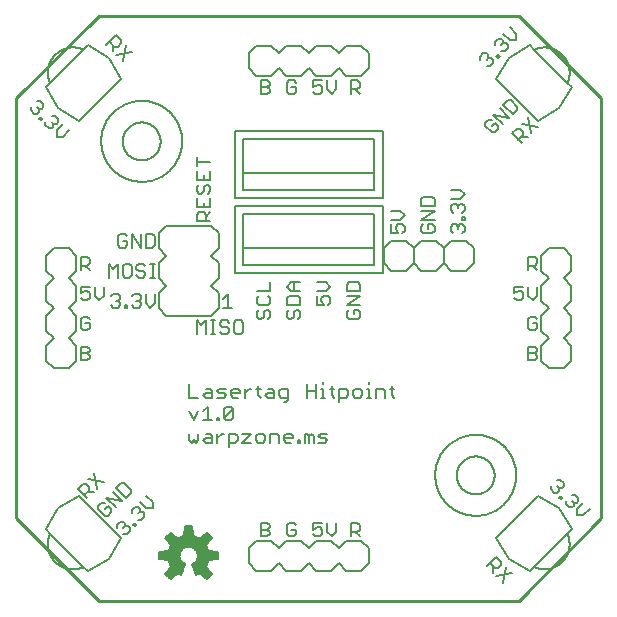
<source format=gto>
G75*
%MOIN*%
%OFA0B0*%
%FSLAX25Y25*%
%IPPOS*%
%LPD*%
%AMOC8*
5,1,8,0,0,1.08239X$1,22.5*
%
%ADD10C,0.01000*%
%ADD11C,0.00500*%
%ADD12C,0.00600*%
%ADD13C,0.00800*%
%ADD14C,0.00591*%
D10*
X0001500Y0029000D02*
X0001500Y0169000D01*
X0029000Y0196461D01*
X0029000Y0196500D02*
X0169000Y0196500D01*
X0196500Y0169000D01*
X0196500Y0029000D01*
X0169000Y0001500D01*
X0029000Y0001500D01*
X0001500Y0029000D01*
D11*
X0012788Y0023929D02*
X0012705Y0023740D01*
X0012627Y0023550D01*
X0012553Y0023357D01*
X0012484Y0023163D01*
X0012420Y0022968D01*
X0012361Y0022771D01*
X0012306Y0022572D01*
X0012257Y0022372D01*
X0012212Y0022171D01*
X0012173Y0021969D01*
X0012138Y0021766D01*
X0012108Y0021562D01*
X0012083Y0021358D01*
X0012064Y0021153D01*
X0012049Y0020948D01*
X0012039Y0020742D01*
X0012034Y0020536D01*
X0012035Y0020330D01*
X0012040Y0020125D01*
X0012051Y0019919D01*
X0012066Y0019714D01*
X0012087Y0019509D01*
X0012112Y0019304D01*
X0012143Y0019101D01*
X0012178Y0018898D01*
X0012219Y0018696D01*
X0012264Y0018495D01*
X0012314Y0018296D01*
X0012370Y0018097D01*
X0012430Y0017900D01*
X0012494Y0017705D01*
X0012564Y0017511D01*
X0012638Y0017319D01*
X0012717Y0017129D01*
X0012801Y0016941D01*
X0012889Y0016755D01*
X0012982Y0016571D01*
X0013079Y0016389D01*
X0013180Y0016210D01*
X0013286Y0016034D01*
X0013397Y0015860D01*
X0013511Y0015689D01*
X0013630Y0015520D01*
X0013752Y0015355D01*
X0013879Y0015193D01*
X0014010Y0015034D01*
X0014144Y0014878D01*
X0014283Y0014725D01*
X0014425Y0014576D01*
X0014570Y0014431D01*
X0014719Y0014289D01*
X0014872Y0014150D01*
X0015028Y0014016D01*
X0015187Y0013885D01*
X0015349Y0013758D01*
X0015514Y0013636D01*
X0015683Y0013517D01*
X0015854Y0013403D01*
X0016028Y0013292D01*
X0016204Y0013186D01*
X0016383Y0013085D01*
X0016565Y0012988D01*
X0016749Y0012895D01*
X0016935Y0012807D01*
X0017123Y0012723D01*
X0017313Y0012644D01*
X0017505Y0012570D01*
X0017699Y0012500D01*
X0017894Y0012436D01*
X0018091Y0012376D01*
X0018290Y0012320D01*
X0018489Y0012270D01*
X0018690Y0012225D01*
X0018892Y0012184D01*
X0019095Y0012149D01*
X0019298Y0012118D01*
X0019503Y0012093D01*
X0019708Y0012072D01*
X0019913Y0012057D01*
X0020119Y0012046D01*
X0020324Y0012041D01*
X0020530Y0012040D01*
X0020736Y0012045D01*
X0020942Y0012055D01*
X0021147Y0012070D01*
X0021352Y0012089D01*
X0021556Y0012114D01*
X0021760Y0012144D01*
X0021963Y0012179D01*
X0022165Y0012218D01*
X0022366Y0012263D01*
X0022566Y0012312D01*
X0022765Y0012367D01*
X0022962Y0012426D01*
X0023157Y0012490D01*
X0023351Y0012559D01*
X0023544Y0012633D01*
X0023734Y0012711D01*
X0023923Y0012794D01*
X0012787Y0023929D01*
X0011395Y0025321D01*
X0015571Y0032281D01*
X0022531Y0036457D01*
X0036450Y0022537D01*
X0032274Y0015578D01*
X0025315Y0011402D01*
X0023923Y0012794D01*
X0035096Y0025757D02*
X0035096Y0026819D01*
X0036158Y0027881D01*
X0037219Y0027881D01*
X0037750Y0027350D01*
X0037750Y0026288D01*
X0038812Y0026288D01*
X0039342Y0025757D01*
X0039342Y0024696D01*
X0038281Y0023634D01*
X0037219Y0023634D01*
X0037219Y0025757D02*
X0037750Y0026288D01*
X0040475Y0026890D02*
X0041005Y0027421D01*
X0041536Y0026890D01*
X0041005Y0026359D01*
X0040475Y0026890D01*
X0042102Y0028517D02*
X0043164Y0028517D01*
X0044226Y0029579D01*
X0044226Y0030641D01*
X0043695Y0031171D01*
X0042633Y0031171D01*
X0042102Y0030641D01*
X0042633Y0031171D02*
X0042633Y0032233D01*
X0042102Y0032764D01*
X0041041Y0032764D01*
X0039979Y0031702D01*
X0039979Y0030641D01*
X0042704Y0034427D02*
X0044827Y0032304D01*
X0046950Y0032304D01*
X0046950Y0034427D01*
X0044827Y0036550D01*
X0039603Y0037457D02*
X0039603Y0038518D01*
X0037480Y0040641D01*
X0036419Y0040641D01*
X0034826Y0039049D01*
X0038011Y0035864D01*
X0039603Y0037457D01*
X0036879Y0034732D02*
X0033694Y0037917D01*
X0031571Y0035794D02*
X0036879Y0034732D01*
X0034755Y0032609D02*
X0031571Y0035794D01*
X0030969Y0034131D02*
X0029908Y0034131D01*
X0028846Y0033069D01*
X0028846Y0032007D01*
X0030969Y0029884D01*
X0032031Y0029884D01*
X0033092Y0030946D01*
X0033092Y0032007D01*
X0032031Y0033069D01*
X0030969Y0032007D01*
X0025250Y0035604D02*
X0022065Y0038788D01*
X0023658Y0040381D01*
X0024719Y0040381D01*
X0025781Y0039319D01*
X0025781Y0038257D01*
X0024188Y0036665D01*
X0025250Y0037727D02*
X0027373Y0037727D01*
X0028505Y0038859D02*
X0027444Y0044167D01*
X0025321Y0042044D02*
X0030629Y0040982D01*
X0059250Y0055001D02*
X0060001Y0054250D01*
X0060751Y0055001D01*
X0061502Y0054250D01*
X0062253Y0055001D01*
X0062253Y0057253D01*
X0064605Y0057253D02*
X0066106Y0057253D01*
X0066856Y0056502D01*
X0066856Y0054250D01*
X0064605Y0054250D01*
X0063854Y0055001D01*
X0064605Y0055751D01*
X0066856Y0055751D01*
X0068458Y0055751D02*
X0069959Y0057253D01*
X0070710Y0057253D01*
X0072294Y0057253D02*
X0074546Y0057253D01*
X0075297Y0056502D01*
X0075297Y0055001D01*
X0074546Y0054250D01*
X0072294Y0054250D01*
X0072294Y0052749D02*
X0072294Y0057253D01*
X0068458Y0057253D02*
X0068458Y0054250D01*
X0068458Y0061750D02*
X0069208Y0061750D01*
X0069208Y0062501D01*
X0068458Y0062501D01*
X0068458Y0061750D01*
X0066856Y0061750D02*
X0063854Y0061750D01*
X0065355Y0061750D02*
X0065355Y0066254D01*
X0063854Y0064753D01*
X0062253Y0064753D02*
X0060751Y0061750D01*
X0059250Y0064753D01*
X0059250Y0069250D02*
X0062253Y0069250D01*
X0063854Y0070001D02*
X0064605Y0070751D01*
X0066856Y0070751D01*
X0066856Y0071502D02*
X0066856Y0069250D01*
X0064605Y0069250D01*
X0063854Y0070001D01*
X0064605Y0072253D02*
X0066106Y0072253D01*
X0066856Y0071502D01*
X0068458Y0071502D02*
X0069208Y0070751D01*
X0070710Y0070751D01*
X0071460Y0070001D01*
X0070710Y0069250D01*
X0068458Y0069250D01*
X0071510Y0066254D02*
X0073012Y0066254D01*
X0073762Y0065503D01*
X0070760Y0062501D01*
X0071510Y0061750D01*
X0073012Y0061750D01*
X0073762Y0062501D01*
X0073762Y0065503D01*
X0073812Y0069250D02*
X0073062Y0070001D01*
X0073062Y0071502D01*
X0073812Y0072253D01*
X0075314Y0072253D01*
X0076064Y0071502D01*
X0076064Y0070751D01*
X0073062Y0070751D01*
X0073812Y0069250D02*
X0075314Y0069250D01*
X0077666Y0069250D02*
X0077666Y0072253D01*
X0079167Y0072253D02*
X0077666Y0070751D01*
X0079167Y0072253D02*
X0079918Y0072253D01*
X0081502Y0072253D02*
X0083004Y0072253D01*
X0082253Y0073003D02*
X0082253Y0070001D01*
X0083004Y0069250D01*
X0084572Y0070001D02*
X0085322Y0070751D01*
X0087574Y0070751D01*
X0087574Y0071502D02*
X0087574Y0069250D01*
X0085322Y0069250D01*
X0084572Y0070001D01*
X0085322Y0072253D02*
X0086823Y0072253D01*
X0087574Y0071502D01*
X0089176Y0071502D02*
X0089176Y0070001D01*
X0089926Y0069250D01*
X0092178Y0069250D01*
X0092178Y0068499D02*
X0092178Y0072253D01*
X0089926Y0072253D01*
X0089176Y0071502D01*
X0090677Y0067749D02*
X0091427Y0067749D01*
X0092178Y0068499D01*
X0098383Y0069250D02*
X0098383Y0073754D01*
X0098383Y0071502D02*
X0101386Y0071502D01*
X0102987Y0072253D02*
X0103738Y0072253D01*
X0103738Y0069250D01*
X0102987Y0069250D02*
X0104489Y0069250D01*
X0106807Y0070001D02*
X0107558Y0069250D01*
X0106807Y0070001D02*
X0106807Y0073003D01*
X0106057Y0072253D02*
X0107558Y0072253D01*
X0109126Y0072253D02*
X0111378Y0072253D01*
X0112128Y0071502D01*
X0112128Y0070001D01*
X0111378Y0069250D01*
X0109126Y0069250D01*
X0109126Y0067749D02*
X0109126Y0072253D01*
X0113730Y0071502D02*
X0113730Y0070001D01*
X0114480Y0069250D01*
X0115982Y0069250D01*
X0116732Y0070001D01*
X0116732Y0071502D01*
X0115982Y0072253D01*
X0114480Y0072253D01*
X0113730Y0071502D01*
X0118334Y0072253D02*
X0119084Y0072253D01*
X0119084Y0069250D01*
X0118334Y0069250D02*
X0119835Y0069250D01*
X0121403Y0069250D02*
X0121403Y0072253D01*
X0123655Y0072253D01*
X0124406Y0071502D01*
X0124406Y0069250D01*
X0126758Y0070001D02*
X0127508Y0069250D01*
X0126758Y0070001D02*
X0126758Y0073003D01*
X0127508Y0072253D02*
X0126007Y0072253D01*
X0119084Y0073754D02*
X0119084Y0074504D01*
X0103738Y0074504D02*
X0103738Y0073754D01*
X0101386Y0073754D02*
X0101386Y0069250D01*
X0099868Y0057253D02*
X0100619Y0056502D01*
X0100619Y0054250D01*
X0099117Y0054250D02*
X0099117Y0056502D01*
X0099868Y0057253D01*
X0099117Y0056502D02*
X0098367Y0057253D01*
X0097616Y0057253D01*
X0097616Y0054250D01*
X0096065Y0054250D02*
X0095314Y0054250D01*
X0095314Y0055001D01*
X0096065Y0055001D01*
X0096065Y0054250D01*
X0093713Y0055751D02*
X0090710Y0055751D01*
X0090710Y0055001D02*
X0090710Y0056502D01*
X0091461Y0057253D01*
X0092962Y0057253D01*
X0093713Y0056502D01*
X0093713Y0055751D01*
X0092962Y0054250D02*
X0091461Y0054250D01*
X0090710Y0055001D01*
X0089109Y0054250D02*
X0089109Y0056502D01*
X0088358Y0057253D01*
X0086106Y0057253D01*
X0086106Y0054250D01*
X0084505Y0055001D02*
X0084505Y0056502D01*
X0083754Y0057253D01*
X0082253Y0057253D01*
X0081502Y0056502D01*
X0081502Y0055001D01*
X0082253Y0054250D01*
X0083754Y0054250D01*
X0084505Y0055001D01*
X0079901Y0054250D02*
X0076898Y0054250D01*
X0079901Y0057253D01*
X0076898Y0057253D01*
X0070760Y0062501D02*
X0070760Y0065503D01*
X0071510Y0066254D01*
X0071460Y0072253D02*
X0069208Y0072253D01*
X0068458Y0071502D01*
X0059250Y0073754D02*
X0059250Y0069250D01*
X0059250Y0057253D02*
X0059250Y0055001D01*
X0083000Y0027504D02*
X0085252Y0027504D01*
X0086003Y0026753D01*
X0086003Y0026003D01*
X0085252Y0025252D01*
X0083000Y0025252D01*
X0083000Y0023000D02*
X0083000Y0027504D01*
X0085252Y0025252D02*
X0086003Y0024501D01*
X0086003Y0023751D01*
X0085252Y0023000D01*
X0083000Y0023000D01*
X0091750Y0023751D02*
X0092501Y0023000D01*
X0094002Y0023000D01*
X0094753Y0023751D01*
X0094753Y0025252D01*
X0093251Y0025252D01*
X0091750Y0026753D02*
X0091750Y0023751D01*
X0091750Y0026753D02*
X0092501Y0027504D01*
X0094002Y0027504D01*
X0094753Y0026753D01*
X0100500Y0027504D02*
X0100500Y0025252D01*
X0102001Y0026003D01*
X0102752Y0026003D01*
X0103503Y0025252D01*
X0103503Y0023751D01*
X0102752Y0023000D01*
X0101251Y0023000D01*
X0100500Y0023751D01*
X0100500Y0027504D02*
X0103503Y0027504D01*
X0105104Y0027504D02*
X0105104Y0024501D01*
X0106605Y0023000D01*
X0108106Y0024501D01*
X0108106Y0027504D01*
X0113000Y0027504D02*
X0113000Y0023000D01*
X0113000Y0024501D02*
X0115252Y0024501D01*
X0116003Y0025252D01*
X0116003Y0026753D01*
X0115252Y0027504D01*
X0113000Y0027504D01*
X0114501Y0024501D02*
X0116003Y0023000D01*
X0104472Y0054250D02*
X0102220Y0054250D01*
X0102971Y0055751D02*
X0102220Y0056502D01*
X0102971Y0057253D01*
X0105223Y0057253D01*
X0104472Y0055751D02*
X0105223Y0055001D01*
X0104472Y0054250D01*
X0104472Y0055751D02*
X0102971Y0055751D01*
X0076279Y0090500D02*
X0074778Y0090500D01*
X0074027Y0091251D01*
X0074027Y0094253D01*
X0074778Y0095004D01*
X0076279Y0095004D01*
X0077030Y0094253D01*
X0077030Y0091251D01*
X0076279Y0090500D01*
X0072426Y0091251D02*
X0071675Y0090500D01*
X0070174Y0090500D01*
X0069423Y0091251D01*
X0070174Y0092752D02*
X0069423Y0093503D01*
X0069423Y0094253D01*
X0070174Y0095004D01*
X0071675Y0095004D01*
X0072426Y0094253D01*
X0071675Y0092752D02*
X0072426Y0092001D01*
X0072426Y0091251D01*
X0071675Y0092752D02*
X0070174Y0092752D01*
X0067855Y0095004D02*
X0066354Y0095004D01*
X0067105Y0095004D02*
X0067105Y0090500D01*
X0067855Y0090500D02*
X0066354Y0090500D01*
X0064753Y0090500D02*
X0064753Y0095004D01*
X0063251Y0093503D01*
X0061750Y0095004D01*
X0061750Y0090500D01*
X0070500Y0099250D02*
X0073503Y0099250D01*
X0072001Y0099250D02*
X0072001Y0103754D01*
X0070500Y0102253D01*
X0074354Y0110614D02*
X0074354Y0133252D01*
X0123646Y0133252D01*
X0123646Y0110614D01*
X0074354Y0110614D01*
X0077110Y0113370D02*
X0077110Y0119000D01*
X0120890Y0119000D01*
X0120890Y0113370D01*
X0077110Y0113370D01*
X0077110Y0119000D02*
X0077110Y0130496D01*
X0120890Y0130496D01*
X0120890Y0119000D01*
X0126446Y0123950D02*
X0128698Y0123950D01*
X0127947Y0125451D01*
X0127947Y0126202D01*
X0128698Y0126953D01*
X0130199Y0126953D01*
X0130950Y0126202D01*
X0130950Y0124701D01*
X0130199Y0123950D01*
X0126446Y0123950D02*
X0126446Y0126953D01*
X0126446Y0128554D02*
X0129449Y0128554D01*
X0130950Y0130055D01*
X0129449Y0131556D01*
X0126446Y0131556D01*
X0123646Y0135614D02*
X0123646Y0158252D01*
X0074354Y0158252D01*
X0074354Y0135614D01*
X0123646Y0135614D01*
X0120890Y0138370D02*
X0120890Y0144000D01*
X0077110Y0144000D01*
X0077110Y0155496D01*
X0120890Y0155496D01*
X0120890Y0144000D01*
X0120890Y0138370D02*
X0077110Y0138370D01*
X0077110Y0144000D01*
X0066250Y0144814D02*
X0066250Y0141812D01*
X0061746Y0141812D01*
X0061746Y0144814D01*
X0061746Y0146416D02*
X0061746Y0149418D01*
X0061746Y0147917D02*
X0066250Y0147917D01*
X0063998Y0143313D02*
X0063998Y0141812D01*
X0064749Y0140210D02*
X0065499Y0140210D01*
X0066250Y0139460D01*
X0066250Y0137958D01*
X0065499Y0137208D01*
X0063998Y0137958D02*
X0063998Y0139460D01*
X0064749Y0140210D01*
X0062497Y0140210D02*
X0061746Y0139460D01*
X0061746Y0137958D01*
X0062497Y0137208D01*
X0063247Y0137208D01*
X0063998Y0137958D01*
X0061746Y0135606D02*
X0061746Y0132604D01*
X0066250Y0132604D01*
X0066250Y0135606D01*
X0063998Y0134105D02*
X0063998Y0132604D01*
X0063998Y0131003D02*
X0064749Y0130252D01*
X0064749Y0128000D01*
X0066250Y0128000D02*
X0061746Y0128000D01*
X0061746Y0130252D01*
X0062497Y0131003D01*
X0063998Y0131003D01*
X0064749Y0129501D02*
X0066250Y0131003D01*
X0047649Y0123003D02*
X0047649Y0120001D01*
X0046898Y0119250D01*
X0044646Y0119250D01*
X0044646Y0123754D01*
X0046898Y0123754D01*
X0047649Y0123003D01*
X0043045Y0123754D02*
X0043045Y0119250D01*
X0040042Y0123754D01*
X0040042Y0119250D01*
X0038441Y0120001D02*
X0038441Y0121502D01*
X0036939Y0121502D01*
X0035438Y0123003D02*
X0035438Y0120001D01*
X0036189Y0119250D01*
X0037690Y0119250D01*
X0038441Y0120001D01*
X0038441Y0123003D02*
X0037690Y0123754D01*
X0036189Y0123754D01*
X0035438Y0123003D01*
X0035371Y0113754D02*
X0035371Y0109250D01*
X0036973Y0110001D02*
X0037723Y0109250D01*
X0039225Y0109250D01*
X0039975Y0110001D01*
X0039975Y0113003D01*
X0039225Y0113754D01*
X0037723Y0113754D01*
X0036973Y0113003D01*
X0036973Y0110001D01*
X0033870Y0112253D02*
X0035371Y0113754D01*
X0033870Y0112253D02*
X0032369Y0113754D01*
X0032369Y0109250D01*
X0030606Y0106254D02*
X0030606Y0103251D01*
X0029105Y0101750D01*
X0027604Y0103251D01*
X0027604Y0106254D01*
X0026003Y0106254D02*
X0023000Y0106254D01*
X0023000Y0104002D01*
X0024501Y0104753D01*
X0025252Y0104753D01*
X0026003Y0104002D01*
X0026003Y0102501D01*
X0025252Y0101750D01*
X0023751Y0101750D01*
X0023000Y0102501D01*
X0023751Y0096254D02*
X0023000Y0095503D01*
X0023000Y0092501D01*
X0023751Y0091750D01*
X0025252Y0091750D01*
X0026003Y0092501D01*
X0026003Y0094002D01*
X0024501Y0094002D01*
X0026003Y0095503D02*
X0025252Y0096254D01*
X0023751Y0096254D01*
X0023000Y0086254D02*
X0025252Y0086254D01*
X0026003Y0085503D01*
X0026003Y0084753D01*
X0025252Y0084002D01*
X0023000Y0084002D01*
X0023000Y0081750D02*
X0023000Y0086254D01*
X0025252Y0084002D02*
X0026003Y0083251D01*
X0026003Y0082501D01*
X0025252Y0081750D01*
X0023000Y0081750D01*
X0033887Y0099250D02*
X0033136Y0100001D01*
X0033887Y0099250D02*
X0035388Y0099250D01*
X0036139Y0100001D01*
X0036139Y0100751D01*
X0035388Y0101502D01*
X0034638Y0101502D01*
X0035388Y0101502D02*
X0036139Y0102253D01*
X0036139Y0103003D01*
X0035388Y0103754D01*
X0033887Y0103754D01*
X0033136Y0103003D01*
X0037740Y0100001D02*
X0038491Y0100001D01*
X0038491Y0099250D01*
X0037740Y0099250D01*
X0037740Y0100001D01*
X0040042Y0100001D02*
X0040793Y0099250D01*
X0042294Y0099250D01*
X0043045Y0100001D01*
X0043045Y0100751D01*
X0042294Y0101502D01*
X0041543Y0101502D01*
X0042294Y0101502D02*
X0043045Y0102253D01*
X0043045Y0103003D01*
X0042294Y0103754D01*
X0040793Y0103754D01*
X0040042Y0103003D01*
X0044646Y0103754D02*
X0044646Y0100751D01*
X0046147Y0099250D01*
X0047649Y0100751D01*
X0047649Y0103754D01*
X0047682Y0109250D02*
X0046181Y0109250D01*
X0046931Y0109250D02*
X0046931Y0113754D01*
X0046181Y0113754D02*
X0047682Y0113754D01*
X0044579Y0113003D02*
X0043829Y0113754D01*
X0042327Y0113754D01*
X0041577Y0113003D01*
X0041577Y0112253D01*
X0042327Y0111502D01*
X0043829Y0111502D01*
X0044579Y0110751D01*
X0044579Y0110001D01*
X0043829Y0109250D01*
X0042327Y0109250D01*
X0041577Y0110001D01*
X0026003Y0111750D02*
X0024501Y0113251D01*
X0025252Y0113251D02*
X0023000Y0113251D01*
X0023000Y0111750D02*
X0023000Y0116254D01*
X0025252Y0116254D01*
X0026003Y0115503D01*
X0026003Y0114002D01*
X0025252Y0113251D01*
X0017141Y0156264D02*
X0015018Y0156264D01*
X0015018Y0158387D01*
X0017141Y0160510D01*
X0015478Y0161112D02*
X0014947Y0160581D01*
X0013886Y0160581D01*
X0013886Y0159520D01*
X0013355Y0158989D01*
X0012294Y0158989D01*
X0011232Y0160050D01*
X0011232Y0161112D01*
X0010135Y0162209D02*
X0009604Y0162740D01*
X0009073Y0162209D01*
X0009604Y0161678D01*
X0010135Y0162209D01*
X0008472Y0163872D02*
X0007410Y0163872D01*
X0006349Y0164934D01*
X0006349Y0165995D01*
X0008472Y0165995D02*
X0009003Y0165464D01*
X0009003Y0164403D01*
X0008472Y0163872D01*
X0009003Y0165464D02*
X0010064Y0165464D01*
X0010595Y0165995D01*
X0010595Y0167057D01*
X0009533Y0168118D01*
X0008472Y0168118D01*
X0013355Y0163235D02*
X0014417Y0163235D01*
X0015478Y0162174D01*
X0015478Y0161112D01*
X0013886Y0160581D02*
X0013355Y0161112D01*
X0015578Y0165726D02*
X0011402Y0172685D01*
X0012794Y0174077D01*
X0023929Y0185213D01*
X0025321Y0186605D01*
X0032281Y0182429D01*
X0036457Y0175469D01*
X0022537Y0161550D01*
X0015578Y0165726D01*
X0019264Y0158387D02*
X0017141Y0156264D01*
X0012794Y0174077D02*
X0012711Y0174266D01*
X0012633Y0174456D01*
X0012559Y0174649D01*
X0012490Y0174843D01*
X0012426Y0175038D01*
X0012367Y0175235D01*
X0012312Y0175434D01*
X0012263Y0175634D01*
X0012218Y0175835D01*
X0012179Y0176037D01*
X0012144Y0176240D01*
X0012114Y0176444D01*
X0012089Y0176648D01*
X0012070Y0176853D01*
X0012055Y0177058D01*
X0012045Y0177264D01*
X0012040Y0177470D01*
X0012041Y0177676D01*
X0012046Y0177881D01*
X0012057Y0178087D01*
X0012072Y0178292D01*
X0012093Y0178497D01*
X0012118Y0178702D01*
X0012149Y0178905D01*
X0012184Y0179108D01*
X0012225Y0179310D01*
X0012270Y0179511D01*
X0012320Y0179710D01*
X0012376Y0179909D01*
X0012436Y0180106D01*
X0012500Y0180301D01*
X0012570Y0180495D01*
X0012644Y0180687D01*
X0012723Y0180877D01*
X0012807Y0181065D01*
X0012895Y0181251D01*
X0012988Y0181435D01*
X0013085Y0181617D01*
X0013186Y0181796D01*
X0013292Y0181972D01*
X0013403Y0182146D01*
X0013517Y0182317D01*
X0013636Y0182486D01*
X0013758Y0182651D01*
X0013885Y0182813D01*
X0014016Y0182972D01*
X0014150Y0183128D01*
X0014289Y0183281D01*
X0014431Y0183430D01*
X0014576Y0183575D01*
X0014725Y0183717D01*
X0014878Y0183856D01*
X0015034Y0183990D01*
X0015193Y0184121D01*
X0015355Y0184248D01*
X0015520Y0184370D01*
X0015689Y0184489D01*
X0015860Y0184603D01*
X0016034Y0184714D01*
X0016210Y0184820D01*
X0016389Y0184921D01*
X0016571Y0185018D01*
X0016755Y0185111D01*
X0016941Y0185199D01*
X0017129Y0185283D01*
X0017319Y0185362D01*
X0017511Y0185436D01*
X0017705Y0185506D01*
X0017900Y0185570D01*
X0018097Y0185630D01*
X0018296Y0185686D01*
X0018495Y0185736D01*
X0018696Y0185781D01*
X0018898Y0185822D01*
X0019101Y0185857D01*
X0019304Y0185888D01*
X0019509Y0185913D01*
X0019714Y0185934D01*
X0019919Y0185949D01*
X0020125Y0185960D01*
X0020330Y0185965D01*
X0020536Y0185966D01*
X0020742Y0185961D01*
X0020948Y0185951D01*
X0021153Y0185936D01*
X0021358Y0185917D01*
X0021562Y0185892D01*
X0021766Y0185862D01*
X0021969Y0185827D01*
X0022171Y0185788D01*
X0022372Y0185743D01*
X0022572Y0185694D01*
X0022771Y0185639D01*
X0022968Y0185580D01*
X0023163Y0185516D01*
X0023357Y0185447D01*
X0023550Y0185373D01*
X0023740Y0185295D01*
X0023929Y0185212D01*
X0031593Y0186761D02*
X0034777Y0189946D01*
X0036370Y0188353D01*
X0036370Y0187292D01*
X0035308Y0186230D01*
X0034246Y0186230D01*
X0032654Y0187822D01*
X0033716Y0186761D02*
X0033716Y0184638D01*
X0034848Y0183505D02*
X0040156Y0184567D01*
X0038033Y0186690D02*
X0036971Y0181382D01*
X0083000Y0175004D02*
X0083000Y0170500D01*
X0085252Y0170500D01*
X0086003Y0171251D01*
X0086003Y0172001D01*
X0085252Y0172752D01*
X0083000Y0172752D01*
X0083000Y0175004D02*
X0085252Y0175004D01*
X0086003Y0174253D01*
X0086003Y0173503D01*
X0085252Y0172752D01*
X0091750Y0174253D02*
X0091750Y0171251D01*
X0092501Y0170500D01*
X0094002Y0170500D01*
X0094753Y0171251D01*
X0094753Y0172752D01*
X0093251Y0172752D01*
X0091750Y0174253D02*
X0092501Y0175004D01*
X0094002Y0175004D01*
X0094753Y0174253D01*
X0100500Y0175004D02*
X0100500Y0172752D01*
X0102001Y0173503D01*
X0102752Y0173503D01*
X0103503Y0172752D01*
X0103503Y0171251D01*
X0102752Y0170500D01*
X0101251Y0170500D01*
X0100500Y0171251D01*
X0100500Y0175004D02*
X0103503Y0175004D01*
X0105104Y0175004D02*
X0105104Y0172001D01*
X0106605Y0170500D01*
X0108106Y0172001D01*
X0108106Y0175004D01*
X0113000Y0175004D02*
X0113000Y0170500D01*
X0113000Y0172001D02*
X0115252Y0172001D01*
X0116003Y0172752D01*
X0116003Y0174253D01*
X0115252Y0175004D01*
X0113000Y0175004D01*
X0114501Y0172001D02*
X0116003Y0170500D01*
X0146446Y0138462D02*
X0149449Y0138462D01*
X0150950Y0136961D01*
X0149449Y0135460D01*
X0146446Y0135460D01*
X0147197Y0133858D02*
X0147947Y0133858D01*
X0148698Y0133108D01*
X0149449Y0133858D01*
X0150199Y0133858D01*
X0150950Y0133108D01*
X0150950Y0131607D01*
X0150199Y0130856D01*
X0150199Y0129305D02*
X0150950Y0129305D01*
X0150950Y0128554D01*
X0150199Y0128554D01*
X0150199Y0129305D01*
X0150199Y0126953D02*
X0149449Y0126953D01*
X0148698Y0126202D01*
X0148698Y0125451D01*
X0148698Y0126202D02*
X0147947Y0126953D01*
X0147197Y0126953D01*
X0146446Y0126202D01*
X0146446Y0124701D01*
X0147197Y0123950D01*
X0150199Y0123950D02*
X0150950Y0124701D01*
X0150950Y0126202D01*
X0150199Y0126953D01*
X0147197Y0130856D02*
X0146446Y0131607D01*
X0146446Y0133108D01*
X0147197Y0133858D01*
X0148698Y0133108D02*
X0148698Y0132357D01*
X0140950Y0131556D02*
X0136446Y0131556D01*
X0136446Y0133158D02*
X0136446Y0135410D01*
X0137197Y0136160D01*
X0140199Y0136160D01*
X0140950Y0135410D01*
X0140950Y0133158D01*
X0136446Y0133158D01*
X0136446Y0128554D02*
X0140950Y0131556D01*
X0140950Y0128554D02*
X0136446Y0128554D01*
X0137197Y0126953D02*
X0136446Y0126202D01*
X0136446Y0124701D01*
X0137197Y0123950D01*
X0140199Y0123950D01*
X0140950Y0124701D01*
X0140950Y0126202D01*
X0140199Y0126953D01*
X0138698Y0126953D01*
X0138698Y0125451D01*
X0116250Y0106898D02*
X0116250Y0104646D01*
X0111746Y0104646D01*
X0111746Y0106898D01*
X0112497Y0107649D01*
X0115499Y0107649D01*
X0116250Y0106898D01*
X0116250Y0103045D02*
X0111746Y0103045D01*
X0111746Y0100042D02*
X0116250Y0103045D01*
X0116250Y0100042D02*
X0111746Y0100042D01*
X0112497Y0098441D02*
X0111746Y0097690D01*
X0111746Y0096189D01*
X0112497Y0095438D01*
X0115499Y0095438D01*
X0116250Y0096189D01*
X0116250Y0097690D01*
X0115499Y0098441D01*
X0113998Y0098441D01*
X0113998Y0096939D01*
X0106250Y0100793D02*
X0105499Y0100042D01*
X0106250Y0100793D02*
X0106250Y0102294D01*
X0105499Y0103045D01*
X0103998Y0103045D01*
X0103247Y0102294D01*
X0103247Y0101543D01*
X0103998Y0100042D01*
X0101746Y0100042D01*
X0101746Y0103045D01*
X0101746Y0104646D02*
X0104749Y0104646D01*
X0106250Y0106147D01*
X0104749Y0107649D01*
X0101746Y0107649D01*
X0096250Y0107649D02*
X0093247Y0107649D01*
X0091746Y0106147D01*
X0093247Y0104646D01*
X0096250Y0104646D01*
X0095499Y0103045D02*
X0092497Y0103045D01*
X0091746Y0102294D01*
X0091746Y0100042D01*
X0096250Y0100042D01*
X0096250Y0102294D01*
X0095499Y0103045D01*
X0093998Y0104646D02*
X0093998Y0107649D01*
X0086250Y0107649D02*
X0086250Y0104646D01*
X0081746Y0104646D01*
X0082497Y0103045D02*
X0081746Y0102294D01*
X0081746Y0100793D01*
X0082497Y0100042D01*
X0085499Y0100042D01*
X0086250Y0100793D01*
X0086250Y0102294D01*
X0085499Y0103045D01*
X0085499Y0098441D02*
X0086250Y0097690D01*
X0086250Y0096189D01*
X0085499Y0095438D01*
X0083998Y0096189D02*
X0083998Y0097690D01*
X0084749Y0098441D01*
X0085499Y0098441D01*
X0083998Y0096189D02*
X0083247Y0095438D01*
X0082497Y0095438D01*
X0081746Y0096189D01*
X0081746Y0097690D01*
X0082497Y0098441D01*
X0091746Y0097690D02*
X0091746Y0096189D01*
X0092497Y0095438D01*
X0093247Y0095438D01*
X0093998Y0096189D01*
X0093998Y0097690D01*
X0094749Y0098441D01*
X0095499Y0098441D01*
X0096250Y0097690D01*
X0096250Y0096189D01*
X0095499Y0095438D01*
X0092497Y0098441D02*
X0091746Y0097690D01*
X0157830Y0159741D02*
X0159953Y0157618D01*
X0161014Y0157618D01*
X0162076Y0158679D01*
X0162076Y0159741D01*
X0161014Y0160803D01*
X0159953Y0159741D01*
X0159953Y0161864D02*
X0158891Y0161864D01*
X0157830Y0160803D01*
X0157830Y0159741D01*
X0160554Y0163527D02*
X0165862Y0162466D01*
X0162677Y0165650D01*
X0163810Y0166783D02*
X0165402Y0168375D01*
X0166464Y0168375D01*
X0168587Y0166252D01*
X0168587Y0165190D01*
X0166995Y0163598D01*
X0163810Y0166783D01*
X0160554Y0163527D02*
X0163739Y0160343D01*
X0166804Y0157277D02*
X0168397Y0158870D01*
X0169458Y0158870D01*
X0170520Y0157808D01*
X0170520Y0156746D01*
X0168927Y0155154D01*
X0169989Y0154093D02*
X0166804Y0157277D01*
X0169989Y0156216D02*
X0172112Y0156216D01*
X0173245Y0157348D02*
X0172183Y0162656D01*
X0170060Y0160533D02*
X0175368Y0159471D01*
X0175469Y0161543D02*
X0161550Y0175463D01*
X0165726Y0182422D01*
X0172685Y0186598D01*
X0174077Y0185206D01*
X0185213Y0174071D01*
X0186605Y0172679D01*
X0182429Y0165719D01*
X0175469Y0161543D01*
X0185212Y0174071D02*
X0185295Y0174260D01*
X0185373Y0174450D01*
X0185447Y0174643D01*
X0185516Y0174837D01*
X0185580Y0175032D01*
X0185639Y0175229D01*
X0185694Y0175428D01*
X0185743Y0175628D01*
X0185788Y0175829D01*
X0185827Y0176031D01*
X0185862Y0176234D01*
X0185892Y0176438D01*
X0185917Y0176642D01*
X0185936Y0176847D01*
X0185951Y0177052D01*
X0185961Y0177258D01*
X0185966Y0177464D01*
X0185965Y0177670D01*
X0185960Y0177875D01*
X0185949Y0178081D01*
X0185934Y0178286D01*
X0185913Y0178491D01*
X0185888Y0178696D01*
X0185857Y0178899D01*
X0185822Y0179102D01*
X0185781Y0179304D01*
X0185736Y0179505D01*
X0185686Y0179704D01*
X0185630Y0179903D01*
X0185570Y0180100D01*
X0185506Y0180295D01*
X0185436Y0180489D01*
X0185362Y0180681D01*
X0185283Y0180871D01*
X0185199Y0181059D01*
X0185111Y0181245D01*
X0185018Y0181429D01*
X0184921Y0181611D01*
X0184820Y0181790D01*
X0184714Y0181966D01*
X0184603Y0182140D01*
X0184489Y0182311D01*
X0184370Y0182480D01*
X0184248Y0182645D01*
X0184121Y0182807D01*
X0183990Y0182966D01*
X0183856Y0183122D01*
X0183717Y0183275D01*
X0183575Y0183424D01*
X0183430Y0183569D01*
X0183281Y0183711D01*
X0183128Y0183850D01*
X0182972Y0183984D01*
X0182813Y0184115D01*
X0182651Y0184242D01*
X0182486Y0184364D01*
X0182317Y0184483D01*
X0182146Y0184597D01*
X0181972Y0184708D01*
X0181796Y0184814D01*
X0181617Y0184915D01*
X0181435Y0185012D01*
X0181251Y0185105D01*
X0181065Y0185193D01*
X0180877Y0185277D01*
X0180687Y0185356D01*
X0180495Y0185430D01*
X0180301Y0185500D01*
X0180106Y0185564D01*
X0179909Y0185624D01*
X0179710Y0185680D01*
X0179511Y0185730D01*
X0179310Y0185775D01*
X0179108Y0185816D01*
X0178905Y0185851D01*
X0178702Y0185882D01*
X0178497Y0185907D01*
X0178292Y0185928D01*
X0178087Y0185943D01*
X0177881Y0185954D01*
X0177676Y0185959D01*
X0177470Y0185960D01*
X0177264Y0185955D01*
X0177058Y0185945D01*
X0176853Y0185930D01*
X0176648Y0185911D01*
X0176444Y0185886D01*
X0176240Y0185856D01*
X0176037Y0185821D01*
X0175835Y0185782D01*
X0175634Y0185737D01*
X0175434Y0185688D01*
X0175235Y0185633D01*
X0175038Y0185574D01*
X0174843Y0185510D01*
X0174649Y0185441D01*
X0174456Y0185367D01*
X0174266Y0185289D01*
X0174077Y0185206D01*
X0168056Y0188410D02*
X0168056Y0190533D01*
X0165933Y0192656D01*
X0163810Y0190533D02*
X0165933Y0188410D01*
X0168056Y0188410D01*
X0165331Y0186746D02*
X0165331Y0185685D01*
X0164270Y0184623D01*
X0163208Y0184623D01*
X0162111Y0183526D02*
X0161581Y0182996D01*
X0162111Y0182465D01*
X0162642Y0182996D01*
X0162111Y0183526D01*
X0160448Y0181863D02*
X0160448Y0180802D01*
X0159387Y0179740D01*
X0158325Y0179740D01*
X0158325Y0181863D02*
X0158856Y0182394D01*
X0159917Y0182394D01*
X0160448Y0181863D01*
X0158856Y0182394D02*
X0158856Y0183456D01*
X0158325Y0183986D01*
X0157263Y0183986D01*
X0156202Y0182925D01*
X0156202Y0181863D01*
X0161085Y0186746D02*
X0161085Y0187808D01*
X0162147Y0188870D01*
X0163208Y0188870D01*
X0163739Y0188339D01*
X0163739Y0187277D01*
X0164801Y0187277D01*
X0165331Y0186746D01*
X0163739Y0187277D02*
X0163208Y0186746D01*
X0172146Y0116254D02*
X0174398Y0116254D01*
X0175149Y0115503D01*
X0175149Y0114002D01*
X0174398Y0113251D01*
X0172146Y0113251D01*
X0172146Y0111750D02*
X0172146Y0116254D01*
X0173647Y0113251D02*
X0175149Y0111750D01*
X0175149Y0106254D02*
X0175149Y0103251D01*
X0173647Y0101750D01*
X0172146Y0103251D01*
X0172146Y0106254D01*
X0170545Y0106254D02*
X0167542Y0106254D01*
X0167542Y0104002D01*
X0169043Y0104753D01*
X0169794Y0104753D01*
X0170545Y0104002D01*
X0170545Y0102501D01*
X0169794Y0101750D01*
X0168293Y0101750D01*
X0167542Y0102501D01*
X0172897Y0096254D02*
X0172146Y0095503D01*
X0172146Y0092501D01*
X0172897Y0091750D01*
X0174398Y0091750D01*
X0175149Y0092501D01*
X0175149Y0094002D01*
X0173647Y0094002D01*
X0175149Y0095503D02*
X0174398Y0096254D01*
X0172897Y0096254D01*
X0172146Y0086254D02*
X0174398Y0086254D01*
X0175149Y0085503D01*
X0175149Y0084753D01*
X0174398Y0084002D01*
X0172146Y0084002D01*
X0172146Y0081750D02*
X0172146Y0086254D01*
X0174398Y0084002D02*
X0175149Y0083251D01*
X0175149Y0082501D01*
X0174398Y0081750D01*
X0172146Y0081750D01*
X0181863Y0041798D02*
X0182925Y0041798D01*
X0183986Y0040736D01*
X0183986Y0039675D01*
X0183456Y0039144D01*
X0182394Y0039144D01*
X0182394Y0038083D01*
X0181863Y0037552D01*
X0180802Y0037552D01*
X0179740Y0038613D01*
X0179740Y0039675D01*
X0181863Y0039675D02*
X0182394Y0039144D01*
X0182996Y0036419D02*
X0183526Y0035889D01*
X0182996Y0035358D01*
X0182465Y0035889D01*
X0182996Y0036419D01*
X0184623Y0034792D02*
X0184623Y0033730D01*
X0185685Y0032669D01*
X0186746Y0032669D01*
X0187277Y0033199D01*
X0187277Y0034261D01*
X0186746Y0034792D01*
X0187277Y0034261D02*
X0188339Y0034261D01*
X0188870Y0034792D01*
X0188870Y0035853D01*
X0187808Y0036915D01*
X0186746Y0036915D01*
X0190533Y0034190D02*
X0188410Y0032067D01*
X0188410Y0029944D01*
X0190533Y0029944D01*
X0192656Y0032067D01*
X0186598Y0025315D02*
X0185206Y0023923D01*
X0174071Y0012787D01*
X0172679Y0011395D01*
X0165719Y0015571D01*
X0161543Y0022531D01*
X0175463Y0036450D01*
X0182422Y0032274D01*
X0186598Y0025315D01*
X0185206Y0023923D02*
X0185289Y0023734D01*
X0185367Y0023544D01*
X0185441Y0023351D01*
X0185510Y0023157D01*
X0185574Y0022962D01*
X0185633Y0022765D01*
X0185688Y0022566D01*
X0185737Y0022366D01*
X0185782Y0022165D01*
X0185821Y0021963D01*
X0185856Y0021760D01*
X0185886Y0021556D01*
X0185911Y0021352D01*
X0185930Y0021147D01*
X0185945Y0020942D01*
X0185955Y0020736D01*
X0185960Y0020530D01*
X0185959Y0020324D01*
X0185954Y0020119D01*
X0185943Y0019913D01*
X0185928Y0019708D01*
X0185907Y0019503D01*
X0185882Y0019298D01*
X0185851Y0019095D01*
X0185816Y0018892D01*
X0185775Y0018690D01*
X0185730Y0018489D01*
X0185680Y0018290D01*
X0185624Y0018091D01*
X0185564Y0017894D01*
X0185500Y0017699D01*
X0185430Y0017505D01*
X0185356Y0017313D01*
X0185277Y0017123D01*
X0185193Y0016935D01*
X0185105Y0016749D01*
X0185012Y0016565D01*
X0184915Y0016383D01*
X0184814Y0016204D01*
X0184708Y0016028D01*
X0184597Y0015854D01*
X0184483Y0015683D01*
X0184364Y0015514D01*
X0184242Y0015349D01*
X0184115Y0015187D01*
X0183984Y0015028D01*
X0183850Y0014872D01*
X0183711Y0014719D01*
X0183569Y0014570D01*
X0183424Y0014425D01*
X0183275Y0014283D01*
X0183122Y0014144D01*
X0182966Y0014010D01*
X0182807Y0013879D01*
X0182645Y0013752D01*
X0182480Y0013630D01*
X0182311Y0013511D01*
X0182140Y0013397D01*
X0181966Y0013286D01*
X0181790Y0013180D01*
X0181611Y0013079D01*
X0181429Y0012982D01*
X0181245Y0012889D01*
X0181059Y0012801D01*
X0180871Y0012717D01*
X0180681Y0012638D01*
X0180489Y0012564D01*
X0180295Y0012494D01*
X0180100Y0012430D01*
X0179903Y0012370D01*
X0179704Y0012314D01*
X0179505Y0012264D01*
X0179304Y0012219D01*
X0179102Y0012178D01*
X0178899Y0012143D01*
X0178696Y0012112D01*
X0178491Y0012087D01*
X0178286Y0012066D01*
X0178081Y0012051D01*
X0177875Y0012040D01*
X0177670Y0012035D01*
X0177464Y0012034D01*
X0177258Y0012039D01*
X0177052Y0012049D01*
X0176847Y0012064D01*
X0176642Y0012083D01*
X0176438Y0012108D01*
X0176234Y0012138D01*
X0176031Y0012173D01*
X0175829Y0012212D01*
X0175628Y0012257D01*
X0175428Y0012306D01*
X0175229Y0012361D01*
X0175032Y0012420D01*
X0174837Y0012484D01*
X0174643Y0012553D01*
X0174450Y0012627D01*
X0174260Y0012705D01*
X0174071Y0012788D01*
X0166881Y0010771D02*
X0161573Y0009709D01*
X0160441Y0010841D02*
X0160441Y0012964D01*
X0160972Y0012434D02*
X0159380Y0014026D01*
X0158318Y0012964D02*
X0161503Y0016149D01*
X0163095Y0014557D01*
X0163095Y0013495D01*
X0162033Y0012434D01*
X0160972Y0012434D01*
X0164758Y0012894D02*
X0163697Y0007586D01*
D12*
X0141169Y0043331D02*
X0141173Y0043662D01*
X0141185Y0043993D01*
X0141206Y0044324D01*
X0141234Y0044654D01*
X0141271Y0044984D01*
X0141315Y0045312D01*
X0141368Y0045639D01*
X0141428Y0045965D01*
X0141497Y0046289D01*
X0141574Y0046611D01*
X0141658Y0046932D01*
X0141750Y0047250D01*
X0141850Y0047566D01*
X0141958Y0047879D01*
X0142074Y0048190D01*
X0142197Y0048497D01*
X0142327Y0048802D01*
X0142465Y0049103D01*
X0142610Y0049401D01*
X0142763Y0049695D01*
X0142923Y0049985D01*
X0143090Y0050271D01*
X0143263Y0050553D01*
X0143444Y0050831D01*
X0143632Y0051104D01*
X0143826Y0051373D01*
X0144026Y0051637D01*
X0144233Y0051895D01*
X0144447Y0052149D01*
X0144666Y0052397D01*
X0144892Y0052640D01*
X0145123Y0052877D01*
X0145360Y0053108D01*
X0145603Y0053334D01*
X0145851Y0053553D01*
X0146105Y0053767D01*
X0146363Y0053974D01*
X0146627Y0054174D01*
X0146896Y0054368D01*
X0147169Y0054556D01*
X0147447Y0054737D01*
X0147729Y0054910D01*
X0148015Y0055077D01*
X0148305Y0055237D01*
X0148599Y0055390D01*
X0148897Y0055535D01*
X0149198Y0055673D01*
X0149503Y0055803D01*
X0149810Y0055926D01*
X0150121Y0056042D01*
X0150434Y0056150D01*
X0150750Y0056250D01*
X0151068Y0056342D01*
X0151389Y0056426D01*
X0151711Y0056503D01*
X0152035Y0056572D01*
X0152361Y0056632D01*
X0152688Y0056685D01*
X0153016Y0056729D01*
X0153346Y0056766D01*
X0153676Y0056794D01*
X0154007Y0056815D01*
X0154338Y0056827D01*
X0154669Y0056831D01*
X0155000Y0056827D01*
X0155331Y0056815D01*
X0155662Y0056794D01*
X0155992Y0056766D01*
X0156322Y0056729D01*
X0156650Y0056685D01*
X0156977Y0056632D01*
X0157303Y0056572D01*
X0157627Y0056503D01*
X0157949Y0056426D01*
X0158270Y0056342D01*
X0158588Y0056250D01*
X0158904Y0056150D01*
X0159217Y0056042D01*
X0159528Y0055926D01*
X0159835Y0055803D01*
X0160140Y0055673D01*
X0160441Y0055535D01*
X0160739Y0055390D01*
X0161033Y0055237D01*
X0161323Y0055077D01*
X0161609Y0054910D01*
X0161891Y0054737D01*
X0162169Y0054556D01*
X0162442Y0054368D01*
X0162711Y0054174D01*
X0162975Y0053974D01*
X0163233Y0053767D01*
X0163487Y0053553D01*
X0163735Y0053334D01*
X0163978Y0053108D01*
X0164215Y0052877D01*
X0164446Y0052640D01*
X0164672Y0052397D01*
X0164891Y0052149D01*
X0165105Y0051895D01*
X0165312Y0051637D01*
X0165512Y0051373D01*
X0165706Y0051104D01*
X0165894Y0050831D01*
X0166075Y0050553D01*
X0166248Y0050271D01*
X0166415Y0049985D01*
X0166575Y0049695D01*
X0166728Y0049401D01*
X0166873Y0049103D01*
X0167011Y0048802D01*
X0167141Y0048497D01*
X0167264Y0048190D01*
X0167380Y0047879D01*
X0167488Y0047566D01*
X0167588Y0047250D01*
X0167680Y0046932D01*
X0167764Y0046611D01*
X0167841Y0046289D01*
X0167910Y0045965D01*
X0167970Y0045639D01*
X0168023Y0045312D01*
X0168067Y0044984D01*
X0168104Y0044654D01*
X0168132Y0044324D01*
X0168153Y0043993D01*
X0168165Y0043662D01*
X0168169Y0043331D01*
X0168165Y0043000D01*
X0168153Y0042669D01*
X0168132Y0042338D01*
X0168104Y0042008D01*
X0168067Y0041678D01*
X0168023Y0041350D01*
X0167970Y0041023D01*
X0167910Y0040697D01*
X0167841Y0040373D01*
X0167764Y0040051D01*
X0167680Y0039730D01*
X0167588Y0039412D01*
X0167488Y0039096D01*
X0167380Y0038783D01*
X0167264Y0038472D01*
X0167141Y0038165D01*
X0167011Y0037860D01*
X0166873Y0037559D01*
X0166728Y0037261D01*
X0166575Y0036967D01*
X0166415Y0036677D01*
X0166248Y0036391D01*
X0166075Y0036109D01*
X0165894Y0035831D01*
X0165706Y0035558D01*
X0165512Y0035289D01*
X0165312Y0035025D01*
X0165105Y0034767D01*
X0164891Y0034513D01*
X0164672Y0034265D01*
X0164446Y0034022D01*
X0164215Y0033785D01*
X0163978Y0033554D01*
X0163735Y0033328D01*
X0163487Y0033109D01*
X0163233Y0032895D01*
X0162975Y0032688D01*
X0162711Y0032488D01*
X0162442Y0032294D01*
X0162169Y0032106D01*
X0161891Y0031925D01*
X0161609Y0031752D01*
X0161323Y0031585D01*
X0161033Y0031425D01*
X0160739Y0031272D01*
X0160441Y0031127D01*
X0160140Y0030989D01*
X0159835Y0030859D01*
X0159528Y0030736D01*
X0159217Y0030620D01*
X0158904Y0030512D01*
X0158588Y0030412D01*
X0158270Y0030320D01*
X0157949Y0030236D01*
X0157627Y0030159D01*
X0157303Y0030090D01*
X0156977Y0030030D01*
X0156650Y0029977D01*
X0156322Y0029933D01*
X0155992Y0029896D01*
X0155662Y0029868D01*
X0155331Y0029847D01*
X0155000Y0029835D01*
X0154669Y0029831D01*
X0154338Y0029835D01*
X0154007Y0029847D01*
X0153676Y0029868D01*
X0153346Y0029896D01*
X0153016Y0029933D01*
X0152688Y0029977D01*
X0152361Y0030030D01*
X0152035Y0030090D01*
X0151711Y0030159D01*
X0151389Y0030236D01*
X0151068Y0030320D01*
X0150750Y0030412D01*
X0150434Y0030512D01*
X0150121Y0030620D01*
X0149810Y0030736D01*
X0149503Y0030859D01*
X0149198Y0030989D01*
X0148897Y0031127D01*
X0148599Y0031272D01*
X0148305Y0031425D01*
X0148015Y0031585D01*
X0147729Y0031752D01*
X0147447Y0031925D01*
X0147169Y0032106D01*
X0146896Y0032294D01*
X0146627Y0032488D01*
X0146363Y0032688D01*
X0146105Y0032895D01*
X0145851Y0033109D01*
X0145603Y0033328D01*
X0145360Y0033554D01*
X0145123Y0033785D01*
X0144892Y0034022D01*
X0144666Y0034265D01*
X0144447Y0034513D01*
X0144233Y0034767D01*
X0144026Y0035025D01*
X0143826Y0035289D01*
X0143632Y0035558D01*
X0143444Y0035831D01*
X0143263Y0036109D01*
X0143090Y0036391D01*
X0142923Y0036677D01*
X0142763Y0036967D01*
X0142610Y0037261D01*
X0142465Y0037559D01*
X0142327Y0037860D01*
X0142197Y0038165D01*
X0142074Y0038472D01*
X0141958Y0038783D01*
X0141850Y0039096D01*
X0141750Y0039412D01*
X0141658Y0039730D01*
X0141574Y0040051D01*
X0141497Y0040373D01*
X0141428Y0040697D01*
X0141368Y0041023D01*
X0141315Y0041350D01*
X0141271Y0041678D01*
X0141234Y0042008D01*
X0141206Y0042338D01*
X0141185Y0042669D01*
X0141173Y0043000D01*
X0141169Y0043331D01*
X0119000Y0019000D02*
X0116500Y0021500D01*
X0111500Y0021500D01*
X0109000Y0019000D01*
X0106500Y0021500D01*
X0101500Y0021500D01*
X0099000Y0019000D01*
X0096500Y0021500D01*
X0091500Y0021500D01*
X0089000Y0019000D01*
X0086500Y0021500D01*
X0081500Y0021500D01*
X0079000Y0019000D01*
X0079000Y0014000D01*
X0081500Y0011500D01*
X0086500Y0011500D01*
X0089000Y0014000D01*
X0091500Y0011500D01*
X0096500Y0011500D01*
X0099000Y0014000D01*
X0101500Y0011500D01*
X0106500Y0011500D01*
X0109000Y0014000D01*
X0111500Y0011500D01*
X0116500Y0011500D01*
X0119000Y0014000D01*
X0119000Y0019000D01*
X0179000Y0079000D02*
X0176500Y0081500D01*
X0176500Y0086500D01*
X0179000Y0089000D01*
X0176500Y0091500D01*
X0176500Y0096500D01*
X0179000Y0099000D01*
X0176500Y0101500D01*
X0176500Y0106500D01*
X0179000Y0109000D01*
X0176500Y0111500D01*
X0176500Y0116500D01*
X0179000Y0119000D01*
X0184000Y0119000D01*
X0186500Y0116500D01*
X0186500Y0111500D01*
X0184000Y0109000D01*
X0186500Y0106500D01*
X0186500Y0101500D01*
X0184000Y0099000D01*
X0186500Y0096500D01*
X0186500Y0091500D01*
X0184000Y0089000D01*
X0186500Y0086500D01*
X0186500Y0081500D01*
X0184000Y0079000D01*
X0179000Y0079000D01*
X0151500Y0111500D02*
X0146500Y0111500D01*
X0144000Y0114000D01*
X0141500Y0111500D01*
X0136500Y0111500D01*
X0134000Y0114000D01*
X0134000Y0119000D01*
X0136500Y0121500D01*
X0141500Y0121500D01*
X0144000Y0119000D01*
X0144000Y0114000D01*
X0144000Y0119000D01*
X0146500Y0121500D01*
X0151500Y0121500D01*
X0154000Y0119000D01*
X0154000Y0114000D01*
X0151500Y0111500D01*
X0134000Y0114000D02*
X0131500Y0111500D01*
X0126500Y0111500D01*
X0124000Y0114000D01*
X0124000Y0119000D01*
X0126500Y0121500D01*
X0131500Y0121500D01*
X0134000Y0119000D01*
X0134000Y0114000D01*
X0116500Y0176500D02*
X0111500Y0176500D01*
X0109000Y0179000D01*
X0106500Y0176500D01*
X0101500Y0176500D01*
X0099000Y0179000D01*
X0096500Y0176500D01*
X0091500Y0176500D01*
X0089000Y0179000D01*
X0086500Y0176500D01*
X0081500Y0176500D01*
X0079000Y0179000D01*
X0079000Y0184000D01*
X0081500Y0186500D01*
X0086500Y0186500D01*
X0089000Y0184000D01*
X0091500Y0186500D01*
X0096500Y0186500D01*
X0099000Y0184000D01*
X0101500Y0186500D01*
X0106500Y0186500D01*
X0109000Y0184000D01*
X0111500Y0186500D01*
X0116500Y0186500D01*
X0119000Y0184000D01*
X0119000Y0179000D01*
X0116500Y0176500D01*
X0066500Y0126500D02*
X0069000Y0124000D01*
X0069000Y0119000D01*
X0066500Y0116500D01*
X0069000Y0114000D01*
X0069000Y0109000D01*
X0066500Y0106500D01*
X0069000Y0104000D01*
X0069000Y0099000D01*
X0066500Y0096500D01*
X0051500Y0096500D01*
X0049000Y0099000D01*
X0049000Y0104000D01*
X0051500Y0106500D01*
X0049000Y0109000D01*
X0049000Y0114000D01*
X0051500Y0116500D01*
X0049000Y0119000D01*
X0049000Y0124000D01*
X0051500Y0126500D01*
X0066500Y0126500D01*
X0029831Y0154669D02*
X0029835Y0155000D01*
X0029847Y0155331D01*
X0029868Y0155662D01*
X0029896Y0155992D01*
X0029933Y0156322D01*
X0029977Y0156650D01*
X0030030Y0156977D01*
X0030090Y0157303D01*
X0030159Y0157627D01*
X0030236Y0157949D01*
X0030320Y0158270D01*
X0030412Y0158588D01*
X0030512Y0158904D01*
X0030620Y0159217D01*
X0030736Y0159528D01*
X0030859Y0159835D01*
X0030989Y0160140D01*
X0031127Y0160441D01*
X0031272Y0160739D01*
X0031425Y0161033D01*
X0031585Y0161323D01*
X0031752Y0161609D01*
X0031925Y0161891D01*
X0032106Y0162169D01*
X0032294Y0162442D01*
X0032488Y0162711D01*
X0032688Y0162975D01*
X0032895Y0163233D01*
X0033109Y0163487D01*
X0033328Y0163735D01*
X0033554Y0163978D01*
X0033785Y0164215D01*
X0034022Y0164446D01*
X0034265Y0164672D01*
X0034513Y0164891D01*
X0034767Y0165105D01*
X0035025Y0165312D01*
X0035289Y0165512D01*
X0035558Y0165706D01*
X0035831Y0165894D01*
X0036109Y0166075D01*
X0036391Y0166248D01*
X0036677Y0166415D01*
X0036967Y0166575D01*
X0037261Y0166728D01*
X0037559Y0166873D01*
X0037860Y0167011D01*
X0038165Y0167141D01*
X0038472Y0167264D01*
X0038783Y0167380D01*
X0039096Y0167488D01*
X0039412Y0167588D01*
X0039730Y0167680D01*
X0040051Y0167764D01*
X0040373Y0167841D01*
X0040697Y0167910D01*
X0041023Y0167970D01*
X0041350Y0168023D01*
X0041678Y0168067D01*
X0042008Y0168104D01*
X0042338Y0168132D01*
X0042669Y0168153D01*
X0043000Y0168165D01*
X0043331Y0168169D01*
X0043662Y0168165D01*
X0043993Y0168153D01*
X0044324Y0168132D01*
X0044654Y0168104D01*
X0044984Y0168067D01*
X0045312Y0168023D01*
X0045639Y0167970D01*
X0045965Y0167910D01*
X0046289Y0167841D01*
X0046611Y0167764D01*
X0046932Y0167680D01*
X0047250Y0167588D01*
X0047566Y0167488D01*
X0047879Y0167380D01*
X0048190Y0167264D01*
X0048497Y0167141D01*
X0048802Y0167011D01*
X0049103Y0166873D01*
X0049401Y0166728D01*
X0049695Y0166575D01*
X0049985Y0166415D01*
X0050271Y0166248D01*
X0050553Y0166075D01*
X0050831Y0165894D01*
X0051104Y0165706D01*
X0051373Y0165512D01*
X0051637Y0165312D01*
X0051895Y0165105D01*
X0052149Y0164891D01*
X0052397Y0164672D01*
X0052640Y0164446D01*
X0052877Y0164215D01*
X0053108Y0163978D01*
X0053334Y0163735D01*
X0053553Y0163487D01*
X0053767Y0163233D01*
X0053974Y0162975D01*
X0054174Y0162711D01*
X0054368Y0162442D01*
X0054556Y0162169D01*
X0054737Y0161891D01*
X0054910Y0161609D01*
X0055077Y0161323D01*
X0055237Y0161033D01*
X0055390Y0160739D01*
X0055535Y0160441D01*
X0055673Y0160140D01*
X0055803Y0159835D01*
X0055926Y0159528D01*
X0056042Y0159217D01*
X0056150Y0158904D01*
X0056250Y0158588D01*
X0056342Y0158270D01*
X0056426Y0157949D01*
X0056503Y0157627D01*
X0056572Y0157303D01*
X0056632Y0156977D01*
X0056685Y0156650D01*
X0056729Y0156322D01*
X0056766Y0155992D01*
X0056794Y0155662D01*
X0056815Y0155331D01*
X0056827Y0155000D01*
X0056831Y0154669D01*
X0056827Y0154338D01*
X0056815Y0154007D01*
X0056794Y0153676D01*
X0056766Y0153346D01*
X0056729Y0153016D01*
X0056685Y0152688D01*
X0056632Y0152361D01*
X0056572Y0152035D01*
X0056503Y0151711D01*
X0056426Y0151389D01*
X0056342Y0151068D01*
X0056250Y0150750D01*
X0056150Y0150434D01*
X0056042Y0150121D01*
X0055926Y0149810D01*
X0055803Y0149503D01*
X0055673Y0149198D01*
X0055535Y0148897D01*
X0055390Y0148599D01*
X0055237Y0148305D01*
X0055077Y0148015D01*
X0054910Y0147729D01*
X0054737Y0147447D01*
X0054556Y0147169D01*
X0054368Y0146896D01*
X0054174Y0146627D01*
X0053974Y0146363D01*
X0053767Y0146105D01*
X0053553Y0145851D01*
X0053334Y0145603D01*
X0053108Y0145360D01*
X0052877Y0145123D01*
X0052640Y0144892D01*
X0052397Y0144666D01*
X0052149Y0144447D01*
X0051895Y0144233D01*
X0051637Y0144026D01*
X0051373Y0143826D01*
X0051104Y0143632D01*
X0050831Y0143444D01*
X0050553Y0143263D01*
X0050271Y0143090D01*
X0049985Y0142923D01*
X0049695Y0142763D01*
X0049401Y0142610D01*
X0049103Y0142465D01*
X0048802Y0142327D01*
X0048497Y0142197D01*
X0048190Y0142074D01*
X0047879Y0141958D01*
X0047566Y0141850D01*
X0047250Y0141750D01*
X0046932Y0141658D01*
X0046611Y0141574D01*
X0046289Y0141497D01*
X0045965Y0141428D01*
X0045639Y0141368D01*
X0045312Y0141315D01*
X0044984Y0141271D01*
X0044654Y0141234D01*
X0044324Y0141206D01*
X0043993Y0141185D01*
X0043662Y0141173D01*
X0043331Y0141169D01*
X0043000Y0141173D01*
X0042669Y0141185D01*
X0042338Y0141206D01*
X0042008Y0141234D01*
X0041678Y0141271D01*
X0041350Y0141315D01*
X0041023Y0141368D01*
X0040697Y0141428D01*
X0040373Y0141497D01*
X0040051Y0141574D01*
X0039730Y0141658D01*
X0039412Y0141750D01*
X0039096Y0141850D01*
X0038783Y0141958D01*
X0038472Y0142074D01*
X0038165Y0142197D01*
X0037860Y0142327D01*
X0037559Y0142465D01*
X0037261Y0142610D01*
X0036967Y0142763D01*
X0036677Y0142923D01*
X0036391Y0143090D01*
X0036109Y0143263D01*
X0035831Y0143444D01*
X0035558Y0143632D01*
X0035289Y0143826D01*
X0035025Y0144026D01*
X0034767Y0144233D01*
X0034513Y0144447D01*
X0034265Y0144666D01*
X0034022Y0144892D01*
X0033785Y0145123D01*
X0033554Y0145360D01*
X0033328Y0145603D01*
X0033109Y0145851D01*
X0032895Y0146105D01*
X0032688Y0146363D01*
X0032488Y0146627D01*
X0032294Y0146896D01*
X0032106Y0147169D01*
X0031925Y0147447D01*
X0031752Y0147729D01*
X0031585Y0148015D01*
X0031425Y0148305D01*
X0031272Y0148599D01*
X0031127Y0148897D01*
X0030989Y0149198D01*
X0030859Y0149503D01*
X0030736Y0149810D01*
X0030620Y0150121D01*
X0030512Y0150434D01*
X0030412Y0150750D01*
X0030320Y0151068D01*
X0030236Y0151389D01*
X0030159Y0151711D01*
X0030090Y0152035D01*
X0030030Y0152361D01*
X0029977Y0152688D01*
X0029933Y0153016D01*
X0029896Y0153346D01*
X0029868Y0153676D01*
X0029847Y0154007D01*
X0029835Y0154338D01*
X0029831Y0154669D01*
X0019000Y0119000D02*
X0014000Y0119000D01*
X0011500Y0116500D01*
X0011500Y0111500D01*
X0014000Y0109000D01*
X0011500Y0106500D01*
X0011500Y0101500D01*
X0014000Y0099000D01*
X0011500Y0096500D01*
X0011500Y0091500D01*
X0014000Y0089000D01*
X0011500Y0086500D01*
X0011500Y0081500D01*
X0014000Y0079000D01*
X0019000Y0079000D01*
X0021500Y0081500D01*
X0021500Y0086500D01*
X0019000Y0089000D01*
X0021500Y0091500D01*
X0021500Y0096500D01*
X0019000Y0099000D01*
X0021500Y0101500D01*
X0021500Y0106500D01*
X0019000Y0109000D01*
X0021500Y0111500D01*
X0021500Y0116500D01*
X0019000Y0119000D01*
D13*
X0037032Y0154669D02*
X0037034Y0154827D01*
X0037040Y0154985D01*
X0037050Y0155143D01*
X0037064Y0155301D01*
X0037082Y0155458D01*
X0037103Y0155615D01*
X0037129Y0155771D01*
X0037159Y0155927D01*
X0037192Y0156082D01*
X0037230Y0156235D01*
X0037271Y0156388D01*
X0037316Y0156540D01*
X0037365Y0156691D01*
X0037418Y0156840D01*
X0037474Y0156988D01*
X0037534Y0157134D01*
X0037598Y0157279D01*
X0037666Y0157422D01*
X0037737Y0157564D01*
X0037811Y0157704D01*
X0037889Y0157841D01*
X0037971Y0157977D01*
X0038055Y0158111D01*
X0038144Y0158242D01*
X0038235Y0158371D01*
X0038330Y0158498D01*
X0038427Y0158623D01*
X0038528Y0158745D01*
X0038632Y0158864D01*
X0038739Y0158981D01*
X0038849Y0159095D01*
X0038962Y0159206D01*
X0039077Y0159315D01*
X0039195Y0159420D01*
X0039316Y0159522D01*
X0039439Y0159622D01*
X0039565Y0159718D01*
X0039693Y0159811D01*
X0039823Y0159901D01*
X0039956Y0159987D01*
X0040091Y0160071D01*
X0040227Y0160150D01*
X0040366Y0160227D01*
X0040507Y0160299D01*
X0040649Y0160369D01*
X0040793Y0160434D01*
X0040939Y0160496D01*
X0041086Y0160554D01*
X0041235Y0160609D01*
X0041385Y0160660D01*
X0041536Y0160707D01*
X0041688Y0160750D01*
X0041841Y0160789D01*
X0041996Y0160825D01*
X0042151Y0160856D01*
X0042307Y0160884D01*
X0042463Y0160908D01*
X0042620Y0160928D01*
X0042778Y0160944D01*
X0042935Y0160956D01*
X0043094Y0160964D01*
X0043252Y0160968D01*
X0043410Y0160968D01*
X0043568Y0160964D01*
X0043727Y0160956D01*
X0043884Y0160944D01*
X0044042Y0160928D01*
X0044199Y0160908D01*
X0044355Y0160884D01*
X0044511Y0160856D01*
X0044666Y0160825D01*
X0044821Y0160789D01*
X0044974Y0160750D01*
X0045126Y0160707D01*
X0045277Y0160660D01*
X0045427Y0160609D01*
X0045576Y0160554D01*
X0045723Y0160496D01*
X0045869Y0160434D01*
X0046013Y0160369D01*
X0046155Y0160299D01*
X0046296Y0160227D01*
X0046435Y0160150D01*
X0046571Y0160071D01*
X0046706Y0159987D01*
X0046839Y0159901D01*
X0046969Y0159811D01*
X0047097Y0159718D01*
X0047223Y0159622D01*
X0047346Y0159522D01*
X0047467Y0159420D01*
X0047585Y0159315D01*
X0047700Y0159206D01*
X0047813Y0159095D01*
X0047923Y0158981D01*
X0048030Y0158864D01*
X0048134Y0158745D01*
X0048235Y0158623D01*
X0048332Y0158498D01*
X0048427Y0158371D01*
X0048518Y0158242D01*
X0048607Y0158111D01*
X0048691Y0157977D01*
X0048773Y0157841D01*
X0048851Y0157704D01*
X0048925Y0157564D01*
X0048996Y0157422D01*
X0049064Y0157279D01*
X0049128Y0157134D01*
X0049188Y0156988D01*
X0049244Y0156840D01*
X0049297Y0156691D01*
X0049346Y0156540D01*
X0049391Y0156388D01*
X0049432Y0156235D01*
X0049470Y0156082D01*
X0049503Y0155927D01*
X0049533Y0155771D01*
X0049559Y0155615D01*
X0049580Y0155458D01*
X0049598Y0155301D01*
X0049612Y0155143D01*
X0049622Y0154985D01*
X0049628Y0154827D01*
X0049630Y0154669D01*
X0049628Y0154511D01*
X0049622Y0154353D01*
X0049612Y0154195D01*
X0049598Y0154037D01*
X0049580Y0153880D01*
X0049559Y0153723D01*
X0049533Y0153567D01*
X0049503Y0153411D01*
X0049470Y0153256D01*
X0049432Y0153103D01*
X0049391Y0152950D01*
X0049346Y0152798D01*
X0049297Y0152647D01*
X0049244Y0152498D01*
X0049188Y0152350D01*
X0049128Y0152204D01*
X0049064Y0152059D01*
X0048996Y0151916D01*
X0048925Y0151774D01*
X0048851Y0151634D01*
X0048773Y0151497D01*
X0048691Y0151361D01*
X0048607Y0151227D01*
X0048518Y0151096D01*
X0048427Y0150967D01*
X0048332Y0150840D01*
X0048235Y0150715D01*
X0048134Y0150593D01*
X0048030Y0150474D01*
X0047923Y0150357D01*
X0047813Y0150243D01*
X0047700Y0150132D01*
X0047585Y0150023D01*
X0047467Y0149918D01*
X0047346Y0149816D01*
X0047223Y0149716D01*
X0047097Y0149620D01*
X0046969Y0149527D01*
X0046839Y0149437D01*
X0046706Y0149351D01*
X0046571Y0149267D01*
X0046435Y0149188D01*
X0046296Y0149111D01*
X0046155Y0149039D01*
X0046013Y0148969D01*
X0045869Y0148904D01*
X0045723Y0148842D01*
X0045576Y0148784D01*
X0045427Y0148729D01*
X0045277Y0148678D01*
X0045126Y0148631D01*
X0044974Y0148588D01*
X0044821Y0148549D01*
X0044666Y0148513D01*
X0044511Y0148482D01*
X0044355Y0148454D01*
X0044199Y0148430D01*
X0044042Y0148410D01*
X0043884Y0148394D01*
X0043727Y0148382D01*
X0043568Y0148374D01*
X0043410Y0148370D01*
X0043252Y0148370D01*
X0043094Y0148374D01*
X0042935Y0148382D01*
X0042778Y0148394D01*
X0042620Y0148410D01*
X0042463Y0148430D01*
X0042307Y0148454D01*
X0042151Y0148482D01*
X0041996Y0148513D01*
X0041841Y0148549D01*
X0041688Y0148588D01*
X0041536Y0148631D01*
X0041385Y0148678D01*
X0041235Y0148729D01*
X0041086Y0148784D01*
X0040939Y0148842D01*
X0040793Y0148904D01*
X0040649Y0148969D01*
X0040507Y0149039D01*
X0040366Y0149111D01*
X0040227Y0149188D01*
X0040091Y0149267D01*
X0039956Y0149351D01*
X0039823Y0149437D01*
X0039693Y0149527D01*
X0039565Y0149620D01*
X0039439Y0149716D01*
X0039316Y0149816D01*
X0039195Y0149918D01*
X0039077Y0150023D01*
X0038962Y0150132D01*
X0038849Y0150243D01*
X0038739Y0150357D01*
X0038632Y0150474D01*
X0038528Y0150593D01*
X0038427Y0150715D01*
X0038330Y0150840D01*
X0038235Y0150967D01*
X0038144Y0151096D01*
X0038055Y0151227D01*
X0037971Y0151361D01*
X0037889Y0151497D01*
X0037811Y0151634D01*
X0037737Y0151774D01*
X0037666Y0151916D01*
X0037598Y0152059D01*
X0037534Y0152204D01*
X0037474Y0152350D01*
X0037418Y0152498D01*
X0037365Y0152647D01*
X0037316Y0152798D01*
X0037271Y0152950D01*
X0037230Y0153103D01*
X0037192Y0153256D01*
X0037159Y0153411D01*
X0037129Y0153567D01*
X0037103Y0153723D01*
X0037082Y0153880D01*
X0037064Y0154037D01*
X0037050Y0154195D01*
X0037040Y0154353D01*
X0037034Y0154511D01*
X0037032Y0154669D01*
X0148370Y0043331D02*
X0148372Y0043489D01*
X0148378Y0043647D01*
X0148388Y0043805D01*
X0148402Y0043963D01*
X0148420Y0044120D01*
X0148441Y0044277D01*
X0148467Y0044433D01*
X0148497Y0044589D01*
X0148530Y0044744D01*
X0148568Y0044897D01*
X0148609Y0045050D01*
X0148654Y0045202D01*
X0148703Y0045353D01*
X0148756Y0045502D01*
X0148812Y0045650D01*
X0148872Y0045796D01*
X0148936Y0045941D01*
X0149004Y0046084D01*
X0149075Y0046226D01*
X0149149Y0046366D01*
X0149227Y0046503D01*
X0149309Y0046639D01*
X0149393Y0046773D01*
X0149482Y0046904D01*
X0149573Y0047033D01*
X0149668Y0047160D01*
X0149765Y0047285D01*
X0149866Y0047407D01*
X0149970Y0047526D01*
X0150077Y0047643D01*
X0150187Y0047757D01*
X0150300Y0047868D01*
X0150415Y0047977D01*
X0150533Y0048082D01*
X0150654Y0048184D01*
X0150777Y0048284D01*
X0150903Y0048380D01*
X0151031Y0048473D01*
X0151161Y0048563D01*
X0151294Y0048649D01*
X0151429Y0048733D01*
X0151565Y0048812D01*
X0151704Y0048889D01*
X0151845Y0048961D01*
X0151987Y0049031D01*
X0152131Y0049096D01*
X0152277Y0049158D01*
X0152424Y0049216D01*
X0152573Y0049271D01*
X0152723Y0049322D01*
X0152874Y0049369D01*
X0153026Y0049412D01*
X0153179Y0049451D01*
X0153334Y0049487D01*
X0153489Y0049518D01*
X0153645Y0049546D01*
X0153801Y0049570D01*
X0153958Y0049590D01*
X0154116Y0049606D01*
X0154273Y0049618D01*
X0154432Y0049626D01*
X0154590Y0049630D01*
X0154748Y0049630D01*
X0154906Y0049626D01*
X0155065Y0049618D01*
X0155222Y0049606D01*
X0155380Y0049590D01*
X0155537Y0049570D01*
X0155693Y0049546D01*
X0155849Y0049518D01*
X0156004Y0049487D01*
X0156159Y0049451D01*
X0156312Y0049412D01*
X0156464Y0049369D01*
X0156615Y0049322D01*
X0156765Y0049271D01*
X0156914Y0049216D01*
X0157061Y0049158D01*
X0157207Y0049096D01*
X0157351Y0049031D01*
X0157493Y0048961D01*
X0157634Y0048889D01*
X0157773Y0048812D01*
X0157909Y0048733D01*
X0158044Y0048649D01*
X0158177Y0048563D01*
X0158307Y0048473D01*
X0158435Y0048380D01*
X0158561Y0048284D01*
X0158684Y0048184D01*
X0158805Y0048082D01*
X0158923Y0047977D01*
X0159038Y0047868D01*
X0159151Y0047757D01*
X0159261Y0047643D01*
X0159368Y0047526D01*
X0159472Y0047407D01*
X0159573Y0047285D01*
X0159670Y0047160D01*
X0159765Y0047033D01*
X0159856Y0046904D01*
X0159945Y0046773D01*
X0160029Y0046639D01*
X0160111Y0046503D01*
X0160189Y0046366D01*
X0160263Y0046226D01*
X0160334Y0046084D01*
X0160402Y0045941D01*
X0160466Y0045796D01*
X0160526Y0045650D01*
X0160582Y0045502D01*
X0160635Y0045353D01*
X0160684Y0045202D01*
X0160729Y0045050D01*
X0160770Y0044897D01*
X0160808Y0044744D01*
X0160841Y0044589D01*
X0160871Y0044433D01*
X0160897Y0044277D01*
X0160918Y0044120D01*
X0160936Y0043963D01*
X0160950Y0043805D01*
X0160960Y0043647D01*
X0160966Y0043489D01*
X0160968Y0043331D01*
X0160966Y0043173D01*
X0160960Y0043015D01*
X0160950Y0042857D01*
X0160936Y0042699D01*
X0160918Y0042542D01*
X0160897Y0042385D01*
X0160871Y0042229D01*
X0160841Y0042073D01*
X0160808Y0041918D01*
X0160770Y0041765D01*
X0160729Y0041612D01*
X0160684Y0041460D01*
X0160635Y0041309D01*
X0160582Y0041160D01*
X0160526Y0041012D01*
X0160466Y0040866D01*
X0160402Y0040721D01*
X0160334Y0040578D01*
X0160263Y0040436D01*
X0160189Y0040296D01*
X0160111Y0040159D01*
X0160029Y0040023D01*
X0159945Y0039889D01*
X0159856Y0039758D01*
X0159765Y0039629D01*
X0159670Y0039502D01*
X0159573Y0039377D01*
X0159472Y0039255D01*
X0159368Y0039136D01*
X0159261Y0039019D01*
X0159151Y0038905D01*
X0159038Y0038794D01*
X0158923Y0038685D01*
X0158805Y0038580D01*
X0158684Y0038478D01*
X0158561Y0038378D01*
X0158435Y0038282D01*
X0158307Y0038189D01*
X0158177Y0038099D01*
X0158044Y0038013D01*
X0157909Y0037929D01*
X0157773Y0037850D01*
X0157634Y0037773D01*
X0157493Y0037701D01*
X0157351Y0037631D01*
X0157207Y0037566D01*
X0157061Y0037504D01*
X0156914Y0037446D01*
X0156765Y0037391D01*
X0156615Y0037340D01*
X0156464Y0037293D01*
X0156312Y0037250D01*
X0156159Y0037211D01*
X0156004Y0037175D01*
X0155849Y0037144D01*
X0155693Y0037116D01*
X0155537Y0037092D01*
X0155380Y0037072D01*
X0155222Y0037056D01*
X0155065Y0037044D01*
X0154906Y0037036D01*
X0154748Y0037032D01*
X0154590Y0037032D01*
X0154432Y0037036D01*
X0154273Y0037044D01*
X0154116Y0037056D01*
X0153958Y0037072D01*
X0153801Y0037092D01*
X0153645Y0037116D01*
X0153489Y0037144D01*
X0153334Y0037175D01*
X0153179Y0037211D01*
X0153026Y0037250D01*
X0152874Y0037293D01*
X0152723Y0037340D01*
X0152573Y0037391D01*
X0152424Y0037446D01*
X0152277Y0037504D01*
X0152131Y0037566D01*
X0151987Y0037631D01*
X0151845Y0037701D01*
X0151704Y0037773D01*
X0151565Y0037850D01*
X0151429Y0037929D01*
X0151294Y0038013D01*
X0151161Y0038099D01*
X0151031Y0038189D01*
X0150903Y0038282D01*
X0150777Y0038378D01*
X0150654Y0038478D01*
X0150533Y0038580D01*
X0150415Y0038685D01*
X0150300Y0038794D01*
X0150187Y0038905D01*
X0150077Y0039019D01*
X0149970Y0039136D01*
X0149866Y0039255D01*
X0149765Y0039377D01*
X0149668Y0039502D01*
X0149573Y0039629D01*
X0149482Y0039758D01*
X0149393Y0039889D01*
X0149309Y0040023D01*
X0149227Y0040159D01*
X0149149Y0040296D01*
X0149075Y0040436D01*
X0149004Y0040578D01*
X0148936Y0040721D01*
X0148872Y0040866D01*
X0148812Y0041012D01*
X0148756Y0041160D01*
X0148703Y0041309D01*
X0148654Y0041460D01*
X0148609Y0041612D01*
X0148568Y0041765D01*
X0148530Y0041918D01*
X0148497Y0042073D01*
X0148467Y0042229D01*
X0148441Y0042385D01*
X0148420Y0042542D01*
X0148402Y0042699D01*
X0148388Y0042857D01*
X0148378Y0043015D01*
X0148372Y0043173D01*
X0148370Y0043331D01*
D14*
X0068769Y0017700D02*
X0068769Y0015300D01*
X0065593Y0014978D01*
X0065252Y0013911D01*
X0064739Y0012914D01*
X0066756Y0010440D01*
X0065060Y0008744D01*
X0062586Y0010761D01*
X0061590Y0010248D01*
X0060177Y0013658D01*
X0060733Y0013959D01*
X0061215Y0014366D01*
X0061604Y0014864D01*
X0061884Y0015430D01*
X0062042Y0016042D01*
X0062071Y0016673D01*
X0061971Y0017296D01*
X0061746Y0017886D01*
X0061405Y0018418D01*
X0060962Y0018869D01*
X0060437Y0019220D01*
X0059851Y0019456D01*
X0059230Y0019567D01*
X0058598Y0019550D01*
X0057984Y0019403D01*
X0057412Y0019135D01*
X0056908Y0018755D01*
X0056491Y0018280D01*
X0056181Y0017730D01*
X0055989Y0017128D01*
X0055924Y0016500D01*
X0055983Y0015900D01*
X0056158Y0015323D01*
X0056442Y0014791D01*
X0056825Y0014325D01*
X0057291Y0013942D01*
X0057823Y0013658D01*
X0056410Y0010248D01*
X0055414Y0010761D01*
X0052940Y0008744D01*
X0051244Y0010440D01*
X0053261Y0012914D01*
X0052748Y0013911D01*
X0052407Y0014978D01*
X0049231Y0015300D01*
X0049231Y0017700D01*
X0052407Y0018022D01*
X0052748Y0019089D01*
X0053261Y0020086D01*
X0051244Y0022560D01*
X0052940Y0024256D01*
X0055414Y0022239D01*
X0056411Y0022752D01*
X0057478Y0023093D01*
X0057800Y0026269D01*
X0060200Y0026269D01*
X0060522Y0023093D01*
X0061589Y0022752D01*
X0062586Y0022239D01*
X0065060Y0024256D01*
X0066756Y0022560D01*
X0064739Y0020086D01*
X0065252Y0019089D01*
X0065593Y0018022D01*
X0068769Y0017700D01*
X0068769Y0017405D02*
X0061930Y0017405D01*
X0062048Y0016816D02*
X0068769Y0016816D01*
X0068769Y0016227D02*
X0062050Y0016227D01*
X0061937Y0015637D02*
X0068769Y0015637D01*
X0066288Y0015048D02*
X0061696Y0015048D01*
X0061288Y0014459D02*
X0065427Y0014459D01*
X0065231Y0013870D02*
X0060569Y0013870D01*
X0060333Y0013281D02*
X0064928Y0013281D01*
X0064920Y0012692D02*
X0060577Y0012692D01*
X0060821Y0012103D02*
X0065400Y0012103D01*
X0065880Y0011514D02*
X0061065Y0011514D01*
X0061309Y0010925D02*
X0066361Y0010925D01*
X0066652Y0010336D02*
X0063108Y0010336D01*
X0063830Y0009747D02*
X0066063Y0009747D01*
X0065474Y0009158D02*
X0064552Y0009158D01*
X0061760Y0010336D02*
X0061553Y0010336D01*
X0057423Y0012692D02*
X0053080Y0012692D01*
X0053072Y0013281D02*
X0057667Y0013281D01*
X0057426Y0013870D02*
X0052769Y0013870D01*
X0052573Y0014459D02*
X0056715Y0014459D01*
X0056305Y0015048D02*
X0051712Y0015048D01*
X0049231Y0015637D02*
X0056063Y0015637D01*
X0055951Y0016227D02*
X0049231Y0016227D01*
X0049231Y0016816D02*
X0055957Y0016816D01*
X0056077Y0017405D02*
X0049231Y0017405D01*
X0052128Y0017994D02*
X0056330Y0017994D01*
X0056757Y0018583D02*
X0052586Y0018583D01*
X0052791Y0019172D02*
X0057492Y0019172D01*
X0060508Y0019172D02*
X0065209Y0019172D01*
X0065414Y0018583D02*
X0061243Y0018583D01*
X0061677Y0017994D02*
X0065872Y0017994D01*
X0064906Y0019761D02*
X0053094Y0019761D01*
X0053046Y0020350D02*
X0064954Y0020350D01*
X0065434Y0020939D02*
X0052566Y0020939D01*
X0052085Y0021528D02*
X0065915Y0021528D01*
X0066395Y0022117D02*
X0051605Y0022117D01*
X0051391Y0022706D02*
X0054841Y0022706D01*
X0054118Y0023295D02*
X0051980Y0023295D01*
X0052569Y0023884D02*
X0053396Y0023884D01*
X0056322Y0022706D02*
X0061678Y0022706D01*
X0060502Y0023295D02*
X0057498Y0023295D01*
X0057558Y0023884D02*
X0060442Y0023884D01*
X0060382Y0024473D02*
X0057618Y0024473D01*
X0057678Y0025062D02*
X0060322Y0025062D01*
X0060262Y0025652D02*
X0057738Y0025652D01*
X0057797Y0026241D02*
X0060203Y0026241D01*
X0063159Y0022706D02*
X0066609Y0022706D01*
X0066020Y0023295D02*
X0063882Y0023295D01*
X0064604Y0023884D02*
X0065431Y0023884D01*
X0057179Y0012103D02*
X0052600Y0012103D01*
X0052120Y0011514D02*
X0056935Y0011514D01*
X0056691Y0010925D02*
X0051639Y0010925D01*
X0051348Y0010336D02*
X0054892Y0010336D01*
X0054170Y0009747D02*
X0051937Y0009747D01*
X0052526Y0009158D02*
X0053448Y0009158D01*
X0056240Y0010336D02*
X0056447Y0010336D01*
M02*

</source>
